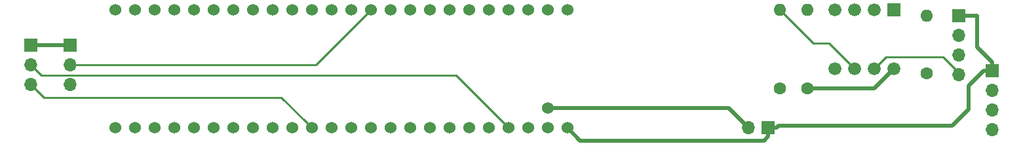
<source format=gbr>
G04 #@! TF.GenerationSoftware,KiCad,Pcbnew,(5.1.4)-1*
G04 #@! TF.CreationDate,2019-10-24T11:44:37+02:00*
G04 #@! TF.ProjectId,DNMS,444e4d53-2e6b-4696-9361-645f70636258,0.9.0*
G04 #@! TF.SameCoordinates,Original*
G04 #@! TF.FileFunction,Copper,L1,Top*
G04 #@! TF.FilePolarity,Positive*
%FSLAX46Y46*%
G04 Gerber Fmt 4.6, Leading zero omitted, Abs format (unit mm)*
G04 Created by KiCad (PCBNEW (5.1.4)-1) date 2019-10-24 11:44:37*
%MOMM*%
%LPD*%
G04 APERTURE LIST*
%ADD10C,1.530000*%
%ADD11C,1.524000*%
%ADD12O,1.600000X1.600000*%
%ADD13C,1.600000*%
%ADD14O,1.700000X1.700000*%
%ADD15R,1.700000X1.700000*%
%ADD16R,1.676400X1.676400*%
%ADD17C,1.676400*%
%ADD18C,0.500000*%
%ADD19C,0.250000*%
G04 APERTURE END LIST*
D10*
X134092620Y-76708000D03*
X131552620Y-76708000D03*
X129012620Y-76708000D03*
X126472620Y-76708000D03*
X123932620Y-76708000D03*
X121392620Y-76708000D03*
X118852620Y-76708000D03*
X116312620Y-76708000D03*
X113772620Y-76708000D03*
X111232620Y-76708000D03*
X108692620Y-76708000D03*
X106152620Y-76708000D03*
X103612620Y-76708000D03*
X101072620Y-76708000D03*
X98532620Y-76708000D03*
X95992620Y-76708000D03*
X101072620Y-91948000D03*
X103612620Y-91948000D03*
X106152620Y-91948000D03*
X108692620Y-91948000D03*
X111232620Y-91948000D03*
X113772620Y-91948000D03*
X116312620Y-91948000D03*
X118852620Y-91948000D03*
X121392620Y-91948000D03*
X123932620Y-91948000D03*
X126472620Y-91948000D03*
X129012620Y-91948000D03*
X131552620Y-91948000D03*
X134092620Y-91948000D03*
X93452620Y-76708000D03*
X90912620Y-76708000D03*
X88372620Y-76708000D03*
X85832620Y-76708000D03*
X83292620Y-76708000D03*
X80752620Y-76708000D03*
X78212620Y-76708000D03*
X75672620Y-76708000D03*
X98532620Y-91948000D03*
X95992620Y-91948000D03*
X93452620Y-91948000D03*
X75672620Y-91948000D03*
X78212620Y-91948000D03*
X80752620Y-91948000D03*
X83292620Y-91948000D03*
X85832620Y-91948000D03*
X88372620Y-91948000D03*
X90912620Y-91948000D03*
D11*
X131552620Y-89408000D03*
D12*
X180517800Y-77437600D03*
D13*
X180517800Y-84937600D03*
D14*
X69850000Y-86360000D03*
X69850000Y-83820000D03*
D15*
X69850000Y-81280000D03*
D14*
X64770000Y-86360000D03*
X64770000Y-83820000D03*
D15*
X64770000Y-81280000D03*
D14*
X188976000Y-92202000D03*
X188976000Y-89662000D03*
X188976000Y-87122000D03*
D15*
X188976000Y-84582000D03*
D14*
X184658000Y-85090000D03*
X184658000Y-82550000D03*
X184658000Y-80010000D03*
D15*
X184658000Y-77470000D03*
D14*
X157480000Y-91948000D03*
D15*
X160020000Y-91948000D03*
D16*
X176276000Y-76708000D03*
D17*
X173736000Y-76708000D03*
X171196000Y-76708000D03*
X168656000Y-76708000D03*
X168656000Y-84328000D03*
X171196000Y-84328000D03*
X173736000Y-84328000D03*
X176276000Y-84328000D03*
D12*
X161544000Y-76708000D03*
D13*
X161544000Y-86868000D03*
D12*
X165100000Y-76708000D03*
D13*
X165100000Y-86868000D03*
D18*
X69850000Y-81280000D02*
X64770000Y-81280000D01*
X173736000Y-86868000D02*
X176276000Y-84328000D01*
X165100000Y-86868000D02*
X173736000Y-86868000D01*
X154940000Y-89408000D02*
X131552620Y-89408000D01*
X157480000Y-91948000D02*
X154940000Y-89408000D01*
X160020000Y-93048000D02*
X160020000Y-91948000D01*
X159473010Y-93594990D02*
X160020000Y-93048000D01*
X135739610Y-93594990D02*
X159473010Y-93594990D01*
X134092620Y-91948000D02*
X135739610Y-93594990D01*
X161120000Y-91948000D02*
X161374000Y-91694000D01*
X160020000Y-91948000D02*
X161120000Y-91948000D01*
X161374000Y-91694000D02*
X183812000Y-91694000D01*
X186012000Y-77470000D02*
X184912000Y-77470000D01*
X187028000Y-77470000D02*
X186012000Y-77470000D01*
X187028000Y-81534000D02*
X187028000Y-77470000D01*
X188976000Y-83482000D02*
X187028000Y-81534000D01*
X188976000Y-84582000D02*
X188976000Y-83482000D01*
X187876000Y-84582000D02*
X185928000Y-86530000D01*
X188976000Y-84582000D02*
X187876000Y-84582000D01*
X185928000Y-89578000D02*
X183812000Y-91694000D01*
X185928000Y-86530000D02*
X185928000Y-89578000D01*
D19*
X173736000Y-84328000D02*
X175260000Y-82804000D01*
X182626000Y-82804000D02*
X184912000Y-85090000D01*
X175260000Y-82804000D02*
X182626000Y-82804000D01*
X161544000Y-76708000D02*
X165862000Y-81026000D01*
X167894000Y-81026000D02*
X171196000Y-84328000D01*
X165862000Y-81026000D02*
X167894000Y-81026000D01*
X100307621Y-91183001D02*
X101072620Y-91948000D01*
X100276201Y-91183001D02*
X100307621Y-91183001D01*
X97104200Y-88011000D02*
X100276201Y-91183001D01*
X66421000Y-88011000D02*
X97104200Y-88011000D01*
X64770000Y-86360000D02*
X66421000Y-88011000D01*
X64770000Y-83820000D02*
X66134999Y-85184999D01*
X126472620Y-91948000D02*
X119709619Y-85184999D01*
X66134999Y-85184999D02*
X119709619Y-85184999D01*
X101580620Y-83820000D02*
X101768110Y-83632510D01*
X69850000Y-83820000D02*
X101580620Y-83820000D01*
X108692620Y-76708000D02*
X101768110Y-83632510D01*
M02*

</source>
